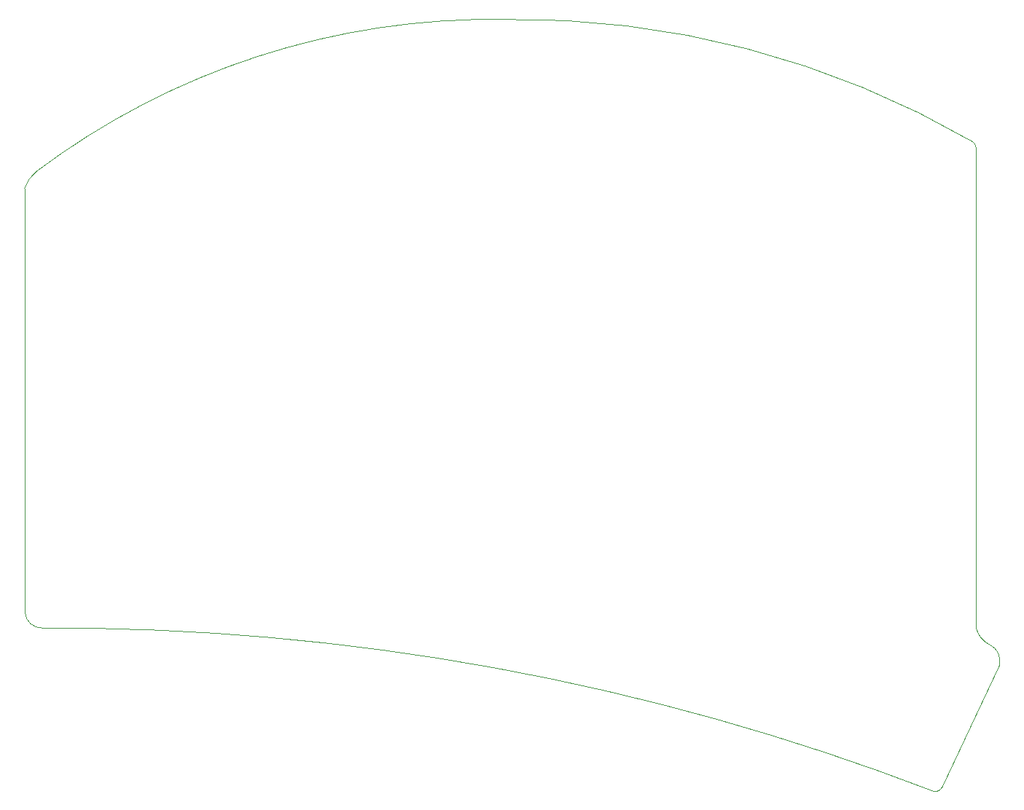
<source format=gbr>
%TF.GenerationSoftware,KiCad,Pcbnew,8.0.5*%
%TF.CreationDate,2024-10-14T17:07:37+02:00*%
%TF.ProjectId,oni-kb,6f6e692d-6b62-42e6-9b69-6361645f7063,rev?*%
%TF.SameCoordinates,Original*%
%TF.FileFunction,Profile,NP*%
%FSLAX46Y46*%
G04 Gerber Fmt 4.6, Leading zero omitted, Abs format (unit mm)*
G04 Created by KiCad (PCBNEW 8.0.5) date 2024-10-14 17:07:37*
%MOMM*%
%LPD*%
G01*
G04 APERTURE LIST*
%TA.AperFunction,Profile*%
%ADD10C,0.050000*%
%TD*%
G04 APERTURE END LIST*
D10*
X194865609Y-129495665D02*
X188175213Y-143768739D01*
X83700594Y-125224627D02*
G75*
G02*
X186968386Y-144102947I1459386J-283902723D01*
G01*
X81622647Y-74120209D02*
X81662846Y-123388528D01*
X191812594Y-68723505D02*
G75*
G02*
X192174611Y-69527278I-682694J-790895D01*
G01*
X83049589Y-72106505D02*
G75*
G02*
X137312596Y-54481015I52869591J-70426245D01*
G01*
X83700594Y-125224627D02*
G75*
G02*
X81662877Y-123388526I-59794J1982427D01*
G01*
X193715609Y-127145666D02*
G75*
G02*
X194865571Y-129495656I-843109J-1868934D01*
G01*
X193715609Y-127145666D02*
G75*
G02*
X192174569Y-125223510I1258591J2587866D01*
G01*
X188175213Y-143768739D02*
G75*
G02*
X186968413Y-144102899I-766913J423439D01*
G01*
X192174595Y-69527278D02*
X192174594Y-125223504D01*
X137312596Y-54481013D02*
G75*
G02*
X191812594Y-68723506I1633074J-105146387D01*
G01*
X81622647Y-74120209D02*
G75*
G02*
X83049608Y-72106530I3871853J-1231291D01*
G01*
M02*

</source>
